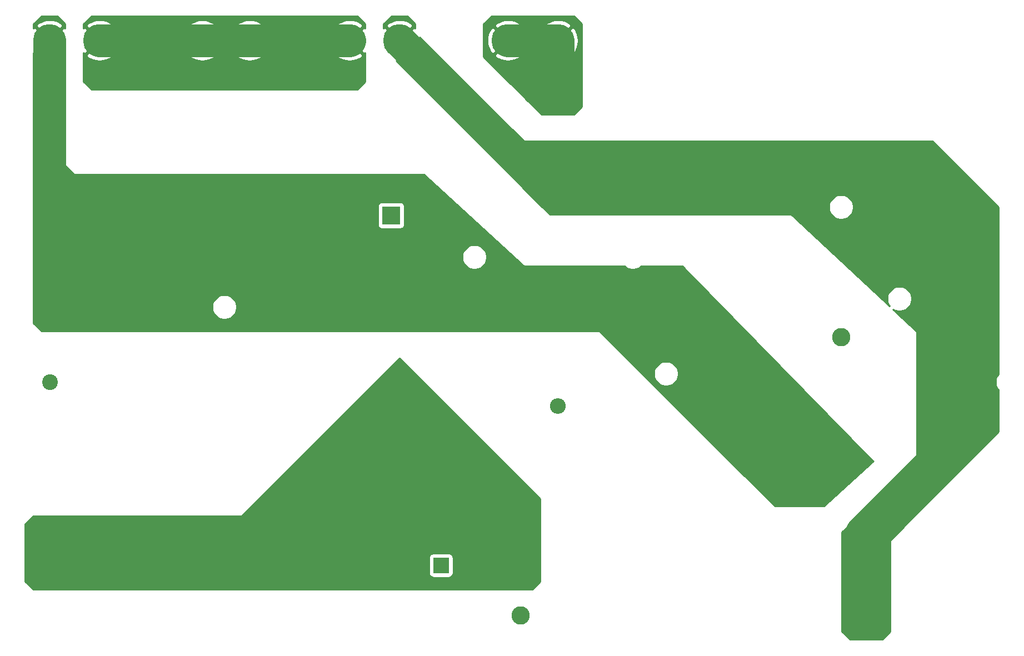
<source format=gbr>
G04 #@! TF.GenerationSoftware,KiCad,Pcbnew,(5.1.4)-1*
G04 #@! TF.CreationDate,2019-12-15T01:31:19-05:00*
G04 #@! TF.ProjectId,SolsticeXOver,536f6c73-7469-4636-9558-4f7665722e6b,rev?*
G04 #@! TF.SameCoordinates,Original*
G04 #@! TF.FileFunction,Copper,L2,Bot*
G04 #@! TF.FilePolarity,Positive*
%FSLAX46Y46*%
G04 Gerber Fmt 4.6, Leading zero omitted, Abs format (unit mm)*
G04 Created by KiCad (PCBNEW (5.1.4)-1) date 2019-12-15 01:31:19*
%MOMM*%
%LPD*%
G04 APERTURE LIST*
%ADD10C,2.800000*%
%ADD11O,2.800000X2.800000*%
%ADD12C,2.400000*%
%ADD13O,2.400000X2.400000*%
%ADD14R,2.800000X2.800000*%
%ADD15R,2.400000X2.400000*%
%ADD16C,5.000000*%
%ADD17C,5.000000*%
%ADD18C,0.254000*%
G04 APERTURE END LIST*
D10*
X189230000Y-89640000D03*
D11*
X189230000Y-109740000D03*
D12*
X146050000Y-52150000D03*
D13*
X146050000Y-100150000D03*
D10*
X140370000Y-132080000D03*
X192370000Y-132080000D03*
X192370000Y-119380000D03*
X140370000Y-119380000D03*
D13*
X121700000Y-96520000D03*
D12*
X68700000Y-96520000D03*
D14*
X120650000Y-71120000D03*
D11*
X68650000Y-71120000D03*
D15*
X128270000Y-124460000D03*
D13*
X68270000Y-124460000D03*
D16*
X68580000Y-44450000D03*
X76200000Y-44450000D03*
X146050000Y-44450000D03*
X91875001Y-44455001D03*
X138430000Y-44450000D03*
X99060000Y-44450000D03*
X121920000Y-44450000D03*
X114300000Y-44450000D03*
D17*
X165850000Y-86360000D02*
X189230000Y-109740000D01*
X68580000Y-71050000D02*
X68650000Y-71120000D01*
X68580000Y-44450000D02*
X68580000Y-71050000D01*
X68650000Y-71120000D02*
X101600000Y-71120000D01*
X116840000Y-86360000D02*
X165850000Y-86360000D01*
X101600000Y-71120000D02*
X116840000Y-86360000D01*
X114294999Y-44455001D02*
X114300000Y-44450000D01*
X76205001Y-44455001D02*
X76200000Y-44450000D01*
X68270000Y-124460000D02*
X93760000Y-124460000D01*
X93760000Y-124460000D02*
X121700000Y-96520000D01*
X140370000Y-115190000D02*
X121700000Y-96520000D01*
X140370000Y-119380000D02*
X140370000Y-115190000D01*
X91870000Y-44450000D02*
X91875001Y-44455001D01*
X76200000Y-44450000D02*
X91870000Y-44450000D01*
X99054999Y-44455001D02*
X99060000Y-44450000D01*
X91875001Y-44455001D02*
X99054999Y-44455001D01*
X99060000Y-44450000D02*
X114300000Y-44450000D01*
X138430000Y-44450000D02*
X146050000Y-44450000D01*
X146050000Y-44450000D02*
X146050000Y-52150000D01*
X192370000Y-132080000D02*
X192370000Y-119380000D01*
X121920000Y-44450000D02*
X139700000Y-62230000D01*
X139700000Y-62230000D02*
X198120000Y-62230000D01*
X198120000Y-62230000D02*
X207010000Y-71120000D01*
X207010000Y-104740000D02*
X207010000Y-71120000D01*
X192370000Y-119380000D02*
X207010000Y-104740000D01*
D18*
G36*
X149733000Y-41962606D02*
G01*
X149733000Y-54557394D01*
X148537394Y-55753000D01*
X143562606Y-55753000D01*
X141237586Y-53427980D01*
X144951626Y-53427980D01*
X145071514Y-53712836D01*
X145395210Y-53873699D01*
X145744069Y-53968322D01*
X146104684Y-53993067D01*
X146463198Y-53946985D01*
X146805833Y-53831846D01*
X147028486Y-53712836D01*
X147148374Y-53427980D01*
X146050000Y-52329605D01*
X144951626Y-53427980D01*
X141237586Y-53427980D01*
X140014290Y-52204684D01*
X144206933Y-52204684D01*
X144253015Y-52563198D01*
X144368154Y-52905833D01*
X144487164Y-53128486D01*
X144772020Y-53248374D01*
X145870395Y-52150000D01*
X146229605Y-52150000D01*
X147327980Y-53248374D01*
X147612836Y-53128486D01*
X147773699Y-52804790D01*
X147868322Y-52455931D01*
X147893067Y-52095316D01*
X147846985Y-51736802D01*
X147731846Y-51394167D01*
X147612836Y-51171514D01*
X147327980Y-51051626D01*
X146229605Y-52150000D01*
X145870395Y-52150000D01*
X144772020Y-51051626D01*
X144487164Y-51171514D01*
X144326301Y-51495210D01*
X144231678Y-51844069D01*
X144206933Y-52204684D01*
X140014290Y-52204684D01*
X138681626Y-50872020D01*
X144951626Y-50872020D01*
X146050000Y-51970395D01*
X147148374Y-50872020D01*
X147028486Y-50587164D01*
X146704790Y-50426301D01*
X146355931Y-50331678D01*
X145995316Y-50306933D01*
X145636802Y-50353015D01*
X145294167Y-50468154D01*
X145071514Y-50587164D01*
X144951626Y-50872020D01*
X138681626Y-50872020D01*
X134747000Y-46937394D01*
X134747000Y-46653148D01*
X136406457Y-46653148D01*
X136682627Y-47071118D01*
X137227557Y-47361649D01*
X137818696Y-47540287D01*
X138433328Y-47600168D01*
X139047831Y-47538990D01*
X139638592Y-47359103D01*
X140177373Y-47071118D01*
X140453543Y-46653148D01*
X144026457Y-46653148D01*
X144302627Y-47071118D01*
X144847557Y-47361649D01*
X145438696Y-47540287D01*
X146053328Y-47600168D01*
X146667831Y-47538990D01*
X147258592Y-47359103D01*
X147797373Y-47071118D01*
X148073543Y-46653148D01*
X146050000Y-44629605D01*
X144026457Y-46653148D01*
X140453543Y-46653148D01*
X138430000Y-44629605D01*
X136406457Y-46653148D01*
X134747000Y-46653148D01*
X134747000Y-44453328D01*
X135279832Y-44453328D01*
X135341010Y-45067831D01*
X135520897Y-45658592D01*
X135808882Y-46197373D01*
X136226852Y-46473543D01*
X138250395Y-44450000D01*
X138609605Y-44450000D01*
X140633148Y-46473543D01*
X141051118Y-46197373D01*
X141341649Y-45652443D01*
X141520287Y-45061304D01*
X141579519Y-44453328D01*
X142899832Y-44453328D01*
X142961010Y-45067831D01*
X143140897Y-45658592D01*
X143428882Y-46197373D01*
X143846852Y-46473543D01*
X145870395Y-44450000D01*
X146229605Y-44450000D01*
X148253148Y-46473543D01*
X148671118Y-46197373D01*
X148961649Y-45652443D01*
X149140287Y-45061304D01*
X149200168Y-44446672D01*
X149138990Y-43832169D01*
X148959103Y-43241408D01*
X148671118Y-42702627D01*
X148253148Y-42426457D01*
X146229605Y-44450000D01*
X145870395Y-44450000D01*
X143846852Y-42426457D01*
X143428882Y-42702627D01*
X143138351Y-43247557D01*
X142959713Y-43838696D01*
X142899832Y-44453328D01*
X141579519Y-44453328D01*
X141580168Y-44446672D01*
X141518990Y-43832169D01*
X141339103Y-43241408D01*
X141051118Y-42702627D01*
X140633148Y-42426457D01*
X138609605Y-44450000D01*
X138250395Y-44450000D01*
X136226852Y-42426457D01*
X135808882Y-42702627D01*
X135518351Y-43247557D01*
X135339713Y-43838696D01*
X135279832Y-44453328D01*
X134747000Y-44453328D01*
X134747000Y-42246852D01*
X136406457Y-42246852D01*
X138430000Y-44270395D01*
X140453543Y-42246852D01*
X144026457Y-42246852D01*
X146050000Y-44270395D01*
X148073543Y-42246852D01*
X147797373Y-41828882D01*
X147252443Y-41538351D01*
X146661304Y-41359713D01*
X146046672Y-41299832D01*
X145432169Y-41361010D01*
X144841408Y-41540897D01*
X144302627Y-41828882D01*
X144026457Y-42246852D01*
X140453543Y-42246852D01*
X140177373Y-41828882D01*
X139632443Y-41538351D01*
X139041304Y-41359713D01*
X138426672Y-41299832D01*
X137812169Y-41361010D01*
X137221408Y-41540897D01*
X136682627Y-41828882D01*
X136406457Y-42246852D01*
X134747000Y-42246852D01*
X134747000Y-41962606D01*
X135942606Y-40767000D01*
X148537394Y-40767000D01*
X149733000Y-41962606D01*
X149733000Y-41962606D01*
G37*
X149733000Y-41962606D02*
X149733000Y-54557394D01*
X148537394Y-55753000D01*
X143562606Y-55753000D01*
X141237586Y-53427980D01*
X144951626Y-53427980D01*
X145071514Y-53712836D01*
X145395210Y-53873699D01*
X145744069Y-53968322D01*
X146104684Y-53993067D01*
X146463198Y-53946985D01*
X146805833Y-53831846D01*
X147028486Y-53712836D01*
X147148374Y-53427980D01*
X146050000Y-52329605D01*
X144951626Y-53427980D01*
X141237586Y-53427980D01*
X140014290Y-52204684D01*
X144206933Y-52204684D01*
X144253015Y-52563198D01*
X144368154Y-52905833D01*
X144487164Y-53128486D01*
X144772020Y-53248374D01*
X145870395Y-52150000D01*
X146229605Y-52150000D01*
X147327980Y-53248374D01*
X147612836Y-53128486D01*
X147773699Y-52804790D01*
X147868322Y-52455931D01*
X147893067Y-52095316D01*
X147846985Y-51736802D01*
X147731846Y-51394167D01*
X147612836Y-51171514D01*
X147327980Y-51051626D01*
X146229605Y-52150000D01*
X145870395Y-52150000D01*
X144772020Y-51051626D01*
X144487164Y-51171514D01*
X144326301Y-51495210D01*
X144231678Y-51844069D01*
X144206933Y-52204684D01*
X140014290Y-52204684D01*
X138681626Y-50872020D01*
X144951626Y-50872020D01*
X146050000Y-51970395D01*
X147148374Y-50872020D01*
X147028486Y-50587164D01*
X146704790Y-50426301D01*
X146355931Y-50331678D01*
X145995316Y-50306933D01*
X145636802Y-50353015D01*
X145294167Y-50468154D01*
X145071514Y-50587164D01*
X144951626Y-50872020D01*
X138681626Y-50872020D01*
X134747000Y-46937394D01*
X134747000Y-46653148D01*
X136406457Y-46653148D01*
X136682627Y-47071118D01*
X137227557Y-47361649D01*
X137818696Y-47540287D01*
X138433328Y-47600168D01*
X139047831Y-47538990D01*
X139638592Y-47359103D01*
X140177373Y-47071118D01*
X140453543Y-46653148D01*
X144026457Y-46653148D01*
X144302627Y-47071118D01*
X144847557Y-47361649D01*
X145438696Y-47540287D01*
X146053328Y-47600168D01*
X146667831Y-47538990D01*
X147258592Y-47359103D01*
X147797373Y-47071118D01*
X148073543Y-46653148D01*
X146050000Y-44629605D01*
X144026457Y-46653148D01*
X140453543Y-46653148D01*
X138430000Y-44629605D01*
X136406457Y-46653148D01*
X134747000Y-46653148D01*
X134747000Y-44453328D01*
X135279832Y-44453328D01*
X135341010Y-45067831D01*
X135520897Y-45658592D01*
X135808882Y-46197373D01*
X136226852Y-46473543D01*
X138250395Y-44450000D01*
X138609605Y-44450000D01*
X140633148Y-46473543D01*
X141051118Y-46197373D01*
X141341649Y-45652443D01*
X141520287Y-45061304D01*
X141579519Y-44453328D01*
X142899832Y-44453328D01*
X142961010Y-45067831D01*
X143140897Y-45658592D01*
X143428882Y-46197373D01*
X143846852Y-46473543D01*
X145870395Y-44450000D01*
X146229605Y-44450000D01*
X148253148Y-46473543D01*
X148671118Y-46197373D01*
X148961649Y-45652443D01*
X149140287Y-45061304D01*
X149200168Y-44446672D01*
X149138990Y-43832169D01*
X148959103Y-43241408D01*
X148671118Y-42702627D01*
X148253148Y-42426457D01*
X146229605Y-44450000D01*
X145870395Y-44450000D01*
X143846852Y-42426457D01*
X143428882Y-42702627D01*
X143138351Y-43247557D01*
X142959713Y-43838696D01*
X142899832Y-44453328D01*
X141579519Y-44453328D01*
X141580168Y-44446672D01*
X141518990Y-43832169D01*
X141339103Y-43241408D01*
X141051118Y-42702627D01*
X140633148Y-42426457D01*
X138609605Y-44450000D01*
X138250395Y-44450000D01*
X136226852Y-42426457D01*
X135808882Y-42702627D01*
X135518351Y-43247557D01*
X135339713Y-43838696D01*
X135279832Y-44453328D01*
X134747000Y-44453328D01*
X134747000Y-42246852D01*
X136406457Y-42246852D01*
X138430000Y-44270395D01*
X140453543Y-42246852D01*
X144026457Y-42246852D01*
X146050000Y-44270395D01*
X148073543Y-42246852D01*
X147797373Y-41828882D01*
X147252443Y-41538351D01*
X146661304Y-41359713D01*
X146046672Y-41299832D01*
X145432169Y-41361010D01*
X144841408Y-41540897D01*
X144302627Y-41828882D01*
X144026457Y-42246852D01*
X140453543Y-42246852D01*
X140177373Y-41828882D01*
X139632443Y-41538351D01*
X139041304Y-41359713D01*
X138426672Y-41299832D01*
X137812169Y-41361010D01*
X137221408Y-41540897D01*
X136682627Y-41828882D01*
X136406457Y-42246852D01*
X134747000Y-42246852D01*
X134747000Y-41962606D01*
X135942606Y-40767000D01*
X148537394Y-40767000D01*
X149733000Y-41962606D01*
G36*
X143383000Y-114352606D02*
G01*
X143383000Y-126947394D01*
X142187394Y-128143000D01*
X66092606Y-128143000D01*
X64897000Y-126947394D01*
X64897000Y-124871805D01*
X66481805Y-124871805D01*
X66554379Y-125111066D01*
X66714361Y-125433257D01*
X66934125Y-125718046D01*
X67205226Y-125954489D01*
X67517246Y-126133500D01*
X67858194Y-126248199D01*
X68143000Y-126131854D01*
X68143000Y-124587000D01*
X68397000Y-124587000D01*
X68397000Y-126131854D01*
X68681806Y-126248199D01*
X69022754Y-126133500D01*
X69334774Y-125954489D01*
X69605875Y-125718046D01*
X69825639Y-125433257D01*
X69985621Y-125111066D01*
X70058195Y-124871805D01*
X69941432Y-124587000D01*
X68397000Y-124587000D01*
X68143000Y-124587000D01*
X66598568Y-124587000D01*
X66481805Y-124871805D01*
X64897000Y-124871805D01*
X64897000Y-124048195D01*
X66481805Y-124048195D01*
X66598568Y-124333000D01*
X68143000Y-124333000D01*
X68143000Y-122788146D01*
X68397000Y-122788146D01*
X68397000Y-124333000D01*
X69941432Y-124333000D01*
X70058195Y-124048195D01*
X69985621Y-123808934D01*
X69825639Y-123486743D01*
X69650668Y-123260000D01*
X126431928Y-123260000D01*
X126431928Y-125660000D01*
X126444188Y-125784482D01*
X126480498Y-125904180D01*
X126539463Y-126014494D01*
X126618815Y-126111185D01*
X126715506Y-126190537D01*
X126825820Y-126249502D01*
X126945518Y-126285812D01*
X127070000Y-126298072D01*
X129470000Y-126298072D01*
X129594482Y-126285812D01*
X129714180Y-126249502D01*
X129824494Y-126190537D01*
X129921185Y-126111185D01*
X130000537Y-126014494D01*
X130059502Y-125904180D01*
X130095812Y-125784482D01*
X130108072Y-125660000D01*
X130108072Y-123260000D01*
X130095812Y-123135518D01*
X130059502Y-123015820D01*
X130000537Y-122905506D01*
X129921185Y-122808815D01*
X129824494Y-122729463D01*
X129714180Y-122670498D01*
X129594482Y-122634188D01*
X129470000Y-122621928D01*
X127070000Y-122621928D01*
X126945518Y-122634188D01*
X126825820Y-122670498D01*
X126715506Y-122729463D01*
X126618815Y-122808815D01*
X126539463Y-122905506D01*
X126480498Y-123015820D01*
X126444188Y-123135518D01*
X126431928Y-123260000D01*
X69650668Y-123260000D01*
X69605875Y-123201954D01*
X69334774Y-122965511D01*
X69022754Y-122786500D01*
X68681806Y-122671801D01*
X68397000Y-122788146D01*
X68143000Y-122788146D01*
X67858194Y-122671801D01*
X67517246Y-122786500D01*
X67205226Y-122965511D01*
X66934125Y-123201954D01*
X66714361Y-123486743D01*
X66554379Y-123808934D01*
X66481805Y-124048195D01*
X64897000Y-124048195D01*
X64897000Y-120800447D01*
X139129158Y-120800447D01*
X139273135Y-121105770D01*
X139630892Y-121286597D01*
X140017053Y-121394155D01*
X140416777Y-121424310D01*
X140814704Y-121375904D01*
X141195540Y-121250795D01*
X141466865Y-121105770D01*
X141610842Y-120800447D01*
X140370000Y-119559605D01*
X139129158Y-120800447D01*
X64897000Y-120800447D01*
X64897000Y-119426777D01*
X138325690Y-119426777D01*
X138374096Y-119824704D01*
X138499205Y-120205540D01*
X138644230Y-120476865D01*
X138949553Y-120620842D01*
X140190395Y-119380000D01*
X140549605Y-119380000D01*
X141790447Y-120620842D01*
X142095770Y-120476865D01*
X142276597Y-120119108D01*
X142384155Y-119732947D01*
X142414310Y-119333223D01*
X142365904Y-118935296D01*
X142240795Y-118554460D01*
X142095770Y-118283135D01*
X141790447Y-118139158D01*
X140549605Y-119380000D01*
X140190395Y-119380000D01*
X138949553Y-118139158D01*
X138644230Y-118283135D01*
X138463403Y-118640892D01*
X138355845Y-119027053D01*
X138325690Y-119426777D01*
X64897000Y-119426777D01*
X64897000Y-118162606D01*
X65100053Y-117959553D01*
X139129158Y-117959553D01*
X140370000Y-119200395D01*
X141610842Y-117959553D01*
X141466865Y-117654230D01*
X141109108Y-117473403D01*
X140722947Y-117365845D01*
X140323223Y-117335690D01*
X139925296Y-117384096D01*
X139544460Y-117509205D01*
X139273135Y-117654230D01*
X139129158Y-117959553D01*
X65100053Y-117959553D01*
X66092606Y-116967000D01*
X97790000Y-116967000D01*
X97814776Y-116964560D01*
X97838601Y-116957333D01*
X97860557Y-116945597D01*
X97879803Y-116929803D01*
X117877801Y-96931805D01*
X119911805Y-96931805D01*
X119984379Y-97171066D01*
X120144361Y-97493257D01*
X120364125Y-97778046D01*
X120635226Y-98014489D01*
X120947246Y-98193500D01*
X121288194Y-98308199D01*
X121573000Y-98191854D01*
X121573000Y-96647000D01*
X121827000Y-96647000D01*
X121827000Y-98191854D01*
X122111806Y-98308199D01*
X122452754Y-98193500D01*
X122764774Y-98014489D01*
X123035875Y-97778046D01*
X123255639Y-97493257D01*
X123415621Y-97171066D01*
X123488195Y-96931805D01*
X123371432Y-96647000D01*
X121827000Y-96647000D01*
X121573000Y-96647000D01*
X120028568Y-96647000D01*
X119911805Y-96931805D01*
X117877801Y-96931805D01*
X118701411Y-96108195D01*
X119911805Y-96108195D01*
X120028568Y-96393000D01*
X121573000Y-96393000D01*
X121573000Y-94848146D01*
X121827000Y-94848146D01*
X121827000Y-96393000D01*
X123371432Y-96393000D01*
X123488195Y-96108195D01*
X123415621Y-95868934D01*
X123255639Y-95546743D01*
X123035875Y-95261954D01*
X122764774Y-95025511D01*
X122452754Y-94846500D01*
X122111806Y-94731801D01*
X121827000Y-94848146D01*
X121573000Y-94848146D01*
X121288194Y-94731801D01*
X120947246Y-94846500D01*
X120635226Y-95025511D01*
X120364125Y-95261954D01*
X120144361Y-95546743D01*
X119984379Y-95868934D01*
X119911805Y-96108195D01*
X118701411Y-96108195D01*
X121920000Y-92889606D01*
X143383000Y-114352606D01*
X143383000Y-114352606D01*
G37*
X143383000Y-114352606D02*
X143383000Y-126947394D01*
X142187394Y-128143000D01*
X66092606Y-128143000D01*
X64897000Y-126947394D01*
X64897000Y-124871805D01*
X66481805Y-124871805D01*
X66554379Y-125111066D01*
X66714361Y-125433257D01*
X66934125Y-125718046D01*
X67205226Y-125954489D01*
X67517246Y-126133500D01*
X67858194Y-126248199D01*
X68143000Y-126131854D01*
X68143000Y-124587000D01*
X68397000Y-124587000D01*
X68397000Y-126131854D01*
X68681806Y-126248199D01*
X69022754Y-126133500D01*
X69334774Y-125954489D01*
X69605875Y-125718046D01*
X69825639Y-125433257D01*
X69985621Y-125111066D01*
X70058195Y-124871805D01*
X69941432Y-124587000D01*
X68397000Y-124587000D01*
X68143000Y-124587000D01*
X66598568Y-124587000D01*
X66481805Y-124871805D01*
X64897000Y-124871805D01*
X64897000Y-124048195D01*
X66481805Y-124048195D01*
X66598568Y-124333000D01*
X68143000Y-124333000D01*
X68143000Y-122788146D01*
X68397000Y-122788146D01*
X68397000Y-124333000D01*
X69941432Y-124333000D01*
X70058195Y-124048195D01*
X69985621Y-123808934D01*
X69825639Y-123486743D01*
X69650668Y-123260000D01*
X126431928Y-123260000D01*
X126431928Y-125660000D01*
X126444188Y-125784482D01*
X126480498Y-125904180D01*
X126539463Y-126014494D01*
X126618815Y-126111185D01*
X126715506Y-126190537D01*
X126825820Y-126249502D01*
X126945518Y-126285812D01*
X127070000Y-126298072D01*
X129470000Y-126298072D01*
X129594482Y-126285812D01*
X129714180Y-126249502D01*
X129824494Y-126190537D01*
X129921185Y-126111185D01*
X130000537Y-126014494D01*
X130059502Y-125904180D01*
X130095812Y-125784482D01*
X130108072Y-125660000D01*
X130108072Y-123260000D01*
X130095812Y-123135518D01*
X130059502Y-123015820D01*
X130000537Y-122905506D01*
X129921185Y-122808815D01*
X129824494Y-122729463D01*
X129714180Y-122670498D01*
X129594482Y-122634188D01*
X129470000Y-122621928D01*
X127070000Y-122621928D01*
X126945518Y-122634188D01*
X126825820Y-122670498D01*
X126715506Y-122729463D01*
X126618815Y-122808815D01*
X126539463Y-122905506D01*
X126480498Y-123015820D01*
X126444188Y-123135518D01*
X126431928Y-123260000D01*
X69650668Y-123260000D01*
X69605875Y-123201954D01*
X69334774Y-122965511D01*
X69022754Y-122786500D01*
X68681806Y-122671801D01*
X68397000Y-122788146D01*
X68143000Y-122788146D01*
X67858194Y-122671801D01*
X67517246Y-122786500D01*
X67205226Y-122965511D01*
X66934125Y-123201954D01*
X66714361Y-123486743D01*
X66554379Y-123808934D01*
X66481805Y-124048195D01*
X64897000Y-124048195D01*
X64897000Y-120800447D01*
X139129158Y-120800447D01*
X139273135Y-121105770D01*
X139630892Y-121286597D01*
X140017053Y-121394155D01*
X140416777Y-121424310D01*
X140814704Y-121375904D01*
X141195540Y-121250795D01*
X141466865Y-121105770D01*
X141610842Y-120800447D01*
X140370000Y-119559605D01*
X139129158Y-120800447D01*
X64897000Y-120800447D01*
X64897000Y-119426777D01*
X138325690Y-119426777D01*
X138374096Y-119824704D01*
X138499205Y-120205540D01*
X138644230Y-120476865D01*
X138949553Y-120620842D01*
X140190395Y-119380000D01*
X140549605Y-119380000D01*
X141790447Y-120620842D01*
X142095770Y-120476865D01*
X142276597Y-120119108D01*
X142384155Y-119732947D01*
X142414310Y-119333223D01*
X142365904Y-118935296D01*
X142240795Y-118554460D01*
X142095770Y-118283135D01*
X141790447Y-118139158D01*
X140549605Y-119380000D01*
X140190395Y-119380000D01*
X138949553Y-118139158D01*
X138644230Y-118283135D01*
X138463403Y-118640892D01*
X138355845Y-119027053D01*
X138325690Y-119426777D01*
X64897000Y-119426777D01*
X64897000Y-118162606D01*
X65100053Y-117959553D01*
X139129158Y-117959553D01*
X140370000Y-119200395D01*
X141610842Y-117959553D01*
X141466865Y-117654230D01*
X141109108Y-117473403D01*
X140722947Y-117365845D01*
X140323223Y-117335690D01*
X139925296Y-117384096D01*
X139544460Y-117509205D01*
X139273135Y-117654230D01*
X139129158Y-117959553D01*
X65100053Y-117959553D01*
X66092606Y-116967000D01*
X97790000Y-116967000D01*
X97814776Y-116964560D01*
X97838601Y-116957333D01*
X97860557Y-116945597D01*
X97879803Y-116929803D01*
X117877801Y-96931805D01*
X119911805Y-96931805D01*
X119984379Y-97171066D01*
X120144361Y-97493257D01*
X120364125Y-97778046D01*
X120635226Y-98014489D01*
X120947246Y-98193500D01*
X121288194Y-98308199D01*
X121573000Y-98191854D01*
X121573000Y-96647000D01*
X121827000Y-96647000D01*
X121827000Y-98191854D01*
X122111806Y-98308199D01*
X122452754Y-98193500D01*
X122764774Y-98014489D01*
X123035875Y-97778046D01*
X123255639Y-97493257D01*
X123415621Y-97171066D01*
X123488195Y-96931805D01*
X123371432Y-96647000D01*
X121827000Y-96647000D01*
X121573000Y-96647000D01*
X120028568Y-96647000D01*
X119911805Y-96931805D01*
X117877801Y-96931805D01*
X118701411Y-96108195D01*
X119911805Y-96108195D01*
X120028568Y-96393000D01*
X121573000Y-96393000D01*
X121573000Y-94848146D01*
X121827000Y-94848146D01*
X121827000Y-96393000D01*
X123371432Y-96393000D01*
X123488195Y-96108195D01*
X123415621Y-95868934D01*
X123255639Y-95546743D01*
X123035875Y-95261954D01*
X122764774Y-95025511D01*
X122452754Y-94846500D01*
X122111806Y-94731801D01*
X121827000Y-94848146D01*
X121573000Y-94848146D01*
X121288194Y-94731801D01*
X120947246Y-94846500D01*
X120635226Y-95025511D01*
X120364125Y-95261954D01*
X120144361Y-95546743D01*
X119984379Y-95868934D01*
X119911805Y-96108195D01*
X118701411Y-96108195D01*
X121920000Y-92889606D01*
X143383000Y-114352606D01*
G36*
X116713000Y-41962606D02*
G01*
X116713000Y-42565115D01*
X116503148Y-42426457D01*
X114479605Y-44450000D01*
X116503148Y-46473543D01*
X116713000Y-46334885D01*
X116713000Y-50747394D01*
X115517394Y-51943000D01*
X74982606Y-51943000D01*
X73787000Y-50747394D01*
X73787000Y-46653148D01*
X74176457Y-46653148D01*
X74452627Y-47071118D01*
X74997557Y-47361649D01*
X75588696Y-47540287D01*
X76203328Y-47600168D01*
X76817831Y-47538990D01*
X77408592Y-47359103D01*
X77947373Y-47071118D01*
X78220238Y-46658149D01*
X89851458Y-46658149D01*
X90127628Y-47076119D01*
X90672558Y-47366650D01*
X91263697Y-47545288D01*
X91878329Y-47605169D01*
X92492832Y-47543991D01*
X93083593Y-47364104D01*
X93622374Y-47076119D01*
X93898544Y-46658149D01*
X93893543Y-46653148D01*
X97036457Y-46653148D01*
X97312627Y-47071118D01*
X97857557Y-47361649D01*
X98448696Y-47540287D01*
X99063328Y-47600168D01*
X99677831Y-47538990D01*
X100268592Y-47359103D01*
X100807373Y-47071118D01*
X101083543Y-46653148D01*
X112276457Y-46653148D01*
X112552627Y-47071118D01*
X113097557Y-47361649D01*
X113688696Y-47540287D01*
X114303328Y-47600168D01*
X114917831Y-47538990D01*
X115508592Y-47359103D01*
X116047373Y-47071118D01*
X116323543Y-46653148D01*
X114300000Y-44629605D01*
X112276457Y-46653148D01*
X101083543Y-46653148D01*
X99060000Y-44629605D01*
X97036457Y-46653148D01*
X93893543Y-46653148D01*
X91875001Y-44634606D01*
X89851458Y-46658149D01*
X78220238Y-46658149D01*
X78223543Y-46653148D01*
X76200000Y-44629605D01*
X74176457Y-46653148D01*
X73787000Y-46653148D01*
X73787000Y-46334885D01*
X73996852Y-46473543D01*
X76020395Y-44450000D01*
X76379605Y-44450000D01*
X78403148Y-46473543D01*
X78821118Y-46197373D01*
X79111649Y-45652443D01*
X79290287Y-45061304D01*
X79349032Y-44458329D01*
X88724833Y-44458329D01*
X88786011Y-45072832D01*
X88965898Y-45663593D01*
X89253883Y-46202374D01*
X89671853Y-46478544D01*
X91695396Y-44455001D01*
X92054606Y-44455001D01*
X94078149Y-46478544D01*
X94496119Y-46202374D01*
X94786650Y-45657444D01*
X94965288Y-45066305D01*
X95025007Y-44453328D01*
X95909832Y-44453328D01*
X95971010Y-45067831D01*
X96150897Y-45658592D01*
X96438882Y-46197373D01*
X96856852Y-46473543D01*
X98880395Y-44450000D01*
X99239605Y-44450000D01*
X101263148Y-46473543D01*
X101681118Y-46197373D01*
X101971649Y-45652443D01*
X102150287Y-45061304D01*
X102209519Y-44453328D01*
X111149832Y-44453328D01*
X111211010Y-45067831D01*
X111390897Y-45658592D01*
X111678882Y-46197373D01*
X112096852Y-46473543D01*
X114120395Y-44450000D01*
X112096852Y-42426457D01*
X111678882Y-42702627D01*
X111388351Y-43247557D01*
X111209713Y-43838696D01*
X111149832Y-44453328D01*
X102209519Y-44453328D01*
X102210168Y-44446672D01*
X102148990Y-43832169D01*
X101969103Y-43241408D01*
X101681118Y-42702627D01*
X101263148Y-42426457D01*
X99239605Y-44450000D01*
X98880395Y-44450000D01*
X96856852Y-42426457D01*
X96438882Y-42702627D01*
X96148351Y-43247557D01*
X95969713Y-43838696D01*
X95909832Y-44453328D01*
X95025007Y-44453328D01*
X95025169Y-44451673D01*
X94963991Y-43837170D01*
X94784104Y-43246409D01*
X94496119Y-42707628D01*
X94078149Y-42431458D01*
X92054606Y-44455001D01*
X91695396Y-44455001D01*
X89671853Y-42431458D01*
X89253883Y-42707628D01*
X88963352Y-43252558D01*
X88784714Y-43843697D01*
X88724833Y-44458329D01*
X79349032Y-44458329D01*
X79350168Y-44446672D01*
X79288990Y-43832169D01*
X79109103Y-43241408D01*
X78821118Y-42702627D01*
X78403148Y-42426457D01*
X76379605Y-44450000D01*
X76020395Y-44450000D01*
X73996852Y-42426457D01*
X73787000Y-42565115D01*
X73787000Y-42246852D01*
X74176457Y-42246852D01*
X76200000Y-44270395D01*
X78218542Y-42251853D01*
X89851458Y-42251853D01*
X91875001Y-44275396D01*
X93898544Y-42251853D01*
X93895240Y-42246852D01*
X97036457Y-42246852D01*
X99060000Y-44270395D01*
X101083543Y-42246852D01*
X112276457Y-42246852D01*
X114300000Y-44270395D01*
X116323543Y-42246852D01*
X116047373Y-41828882D01*
X115502443Y-41538351D01*
X114911304Y-41359713D01*
X114296672Y-41299832D01*
X113682169Y-41361010D01*
X113091408Y-41540897D01*
X112552627Y-41828882D01*
X112276457Y-42246852D01*
X101083543Y-42246852D01*
X100807373Y-41828882D01*
X100262443Y-41538351D01*
X99671304Y-41359713D01*
X99056672Y-41299832D01*
X98442169Y-41361010D01*
X97851408Y-41540897D01*
X97312627Y-41828882D01*
X97036457Y-42246852D01*
X93895240Y-42246852D01*
X93622374Y-41833883D01*
X93077444Y-41543352D01*
X92486305Y-41364714D01*
X91871673Y-41304833D01*
X91257170Y-41366011D01*
X90666409Y-41545898D01*
X90127628Y-41833883D01*
X89851458Y-42251853D01*
X78218542Y-42251853D01*
X78223543Y-42246852D01*
X77947373Y-41828882D01*
X77402443Y-41538351D01*
X76811304Y-41359713D01*
X76196672Y-41299832D01*
X75582169Y-41361010D01*
X74991408Y-41540897D01*
X74452627Y-41828882D01*
X74176457Y-42246852D01*
X73787000Y-42246852D01*
X73787000Y-41962606D01*
X74982606Y-40767000D01*
X115517394Y-40767000D01*
X116713000Y-41962606D01*
X116713000Y-41962606D01*
G37*
X116713000Y-41962606D02*
X116713000Y-42565115D01*
X116503148Y-42426457D01*
X114479605Y-44450000D01*
X116503148Y-46473543D01*
X116713000Y-46334885D01*
X116713000Y-50747394D01*
X115517394Y-51943000D01*
X74982606Y-51943000D01*
X73787000Y-50747394D01*
X73787000Y-46653148D01*
X74176457Y-46653148D01*
X74452627Y-47071118D01*
X74997557Y-47361649D01*
X75588696Y-47540287D01*
X76203328Y-47600168D01*
X76817831Y-47538990D01*
X77408592Y-47359103D01*
X77947373Y-47071118D01*
X78220238Y-46658149D01*
X89851458Y-46658149D01*
X90127628Y-47076119D01*
X90672558Y-47366650D01*
X91263697Y-47545288D01*
X91878329Y-47605169D01*
X92492832Y-47543991D01*
X93083593Y-47364104D01*
X93622374Y-47076119D01*
X93898544Y-46658149D01*
X93893543Y-46653148D01*
X97036457Y-46653148D01*
X97312627Y-47071118D01*
X97857557Y-47361649D01*
X98448696Y-47540287D01*
X99063328Y-47600168D01*
X99677831Y-47538990D01*
X100268592Y-47359103D01*
X100807373Y-47071118D01*
X101083543Y-46653148D01*
X112276457Y-46653148D01*
X112552627Y-47071118D01*
X113097557Y-47361649D01*
X113688696Y-47540287D01*
X114303328Y-47600168D01*
X114917831Y-47538990D01*
X115508592Y-47359103D01*
X116047373Y-47071118D01*
X116323543Y-46653148D01*
X114300000Y-44629605D01*
X112276457Y-46653148D01*
X101083543Y-46653148D01*
X99060000Y-44629605D01*
X97036457Y-46653148D01*
X93893543Y-46653148D01*
X91875001Y-44634606D01*
X89851458Y-46658149D01*
X78220238Y-46658149D01*
X78223543Y-46653148D01*
X76200000Y-44629605D01*
X74176457Y-46653148D01*
X73787000Y-46653148D01*
X73787000Y-46334885D01*
X73996852Y-46473543D01*
X76020395Y-44450000D01*
X76379605Y-44450000D01*
X78403148Y-46473543D01*
X78821118Y-46197373D01*
X79111649Y-45652443D01*
X79290287Y-45061304D01*
X79349032Y-44458329D01*
X88724833Y-44458329D01*
X88786011Y-45072832D01*
X88965898Y-45663593D01*
X89253883Y-46202374D01*
X89671853Y-46478544D01*
X91695396Y-44455001D01*
X92054606Y-44455001D01*
X94078149Y-46478544D01*
X94496119Y-46202374D01*
X94786650Y-45657444D01*
X94965288Y-45066305D01*
X95025007Y-44453328D01*
X95909832Y-44453328D01*
X95971010Y-45067831D01*
X96150897Y-45658592D01*
X96438882Y-46197373D01*
X96856852Y-46473543D01*
X98880395Y-44450000D01*
X99239605Y-44450000D01*
X101263148Y-46473543D01*
X101681118Y-46197373D01*
X101971649Y-45652443D01*
X102150287Y-45061304D01*
X102209519Y-44453328D01*
X111149832Y-44453328D01*
X111211010Y-45067831D01*
X111390897Y-45658592D01*
X111678882Y-46197373D01*
X112096852Y-46473543D01*
X114120395Y-44450000D01*
X112096852Y-42426457D01*
X111678882Y-42702627D01*
X111388351Y-43247557D01*
X111209713Y-43838696D01*
X111149832Y-44453328D01*
X102209519Y-44453328D01*
X102210168Y-44446672D01*
X102148990Y-43832169D01*
X101969103Y-43241408D01*
X101681118Y-42702627D01*
X101263148Y-42426457D01*
X99239605Y-44450000D01*
X98880395Y-44450000D01*
X96856852Y-42426457D01*
X96438882Y-42702627D01*
X96148351Y-43247557D01*
X95969713Y-43838696D01*
X95909832Y-44453328D01*
X95025007Y-44453328D01*
X95025169Y-44451673D01*
X94963991Y-43837170D01*
X94784104Y-43246409D01*
X94496119Y-42707628D01*
X94078149Y-42431458D01*
X92054606Y-44455001D01*
X91695396Y-44455001D01*
X89671853Y-42431458D01*
X89253883Y-42707628D01*
X88963352Y-43252558D01*
X88784714Y-43843697D01*
X88724833Y-44458329D01*
X79349032Y-44458329D01*
X79350168Y-44446672D01*
X79288990Y-43832169D01*
X79109103Y-43241408D01*
X78821118Y-42702627D01*
X78403148Y-42426457D01*
X76379605Y-44450000D01*
X76020395Y-44450000D01*
X73996852Y-42426457D01*
X73787000Y-42565115D01*
X73787000Y-42246852D01*
X74176457Y-42246852D01*
X76200000Y-44270395D01*
X78218542Y-42251853D01*
X89851458Y-42251853D01*
X91875001Y-44275396D01*
X93898544Y-42251853D01*
X93895240Y-42246852D01*
X97036457Y-42246852D01*
X99060000Y-44270395D01*
X101083543Y-42246852D01*
X112276457Y-42246852D01*
X114300000Y-44270395D01*
X116323543Y-42246852D01*
X116047373Y-41828882D01*
X115502443Y-41538351D01*
X114911304Y-41359713D01*
X114296672Y-41299832D01*
X113682169Y-41361010D01*
X113091408Y-41540897D01*
X112552627Y-41828882D01*
X112276457Y-42246852D01*
X101083543Y-42246852D01*
X100807373Y-41828882D01*
X100262443Y-41538351D01*
X99671304Y-41359713D01*
X99056672Y-41299832D01*
X98442169Y-41361010D01*
X97851408Y-41540897D01*
X97312627Y-41828882D01*
X97036457Y-42246852D01*
X93895240Y-42246852D01*
X93622374Y-41833883D01*
X93077444Y-41543352D01*
X92486305Y-41364714D01*
X91871673Y-41304833D01*
X91257170Y-41366011D01*
X90666409Y-41545898D01*
X90127628Y-41833883D01*
X89851458Y-42251853D01*
X78218542Y-42251853D01*
X78223543Y-42246852D01*
X77947373Y-41828882D01*
X77402443Y-41538351D01*
X76811304Y-41359713D01*
X76196672Y-41299832D01*
X75582169Y-41361010D01*
X74991408Y-41540897D01*
X74452627Y-41828882D01*
X74176457Y-42246852D01*
X73787000Y-42246852D01*
X73787000Y-41962606D01*
X74982606Y-40767000D01*
X115517394Y-40767000D01*
X116713000Y-41962606D01*
G36*
X124333000Y-41962606D02*
G01*
X124333000Y-42565115D01*
X124123148Y-42426457D01*
X122099605Y-44450000D01*
X124123148Y-46473543D01*
X124541118Y-46197373D01*
X124831649Y-45652443D01*
X125010287Y-45061304D01*
X125070168Y-44446672D01*
X125017440Y-43917046D01*
X140880197Y-59779803D01*
X140899443Y-59795597D01*
X140921399Y-59807333D01*
X140945224Y-59814560D01*
X140970000Y-59817000D01*
X203147394Y-59817000D01*
X213233000Y-69902606D01*
X213233000Y-95251207D01*
X213165825Y-95318382D01*
X212959534Y-95627118D01*
X212817439Y-95970166D01*
X212745000Y-96334344D01*
X212745000Y-96705656D01*
X212817439Y-97069834D01*
X212959534Y-97412882D01*
X213165825Y-97721618D01*
X213233000Y-97788793D01*
X213233000Y-104087394D01*
X196760197Y-120560197D01*
X196744403Y-120579443D01*
X196732667Y-120601399D01*
X196725440Y-120625224D01*
X196723000Y-120650000D01*
X196723000Y-134567394D01*
X195527394Y-135763000D01*
X190552606Y-135763000D01*
X189357000Y-134567394D01*
X189357000Y-133500447D01*
X191129158Y-133500447D01*
X191273135Y-133805770D01*
X191630892Y-133986597D01*
X192017053Y-134094155D01*
X192416777Y-134124310D01*
X192814704Y-134075904D01*
X193195540Y-133950795D01*
X193466865Y-133805770D01*
X193610842Y-133500447D01*
X192370000Y-132259605D01*
X191129158Y-133500447D01*
X189357000Y-133500447D01*
X189357000Y-132126777D01*
X190325690Y-132126777D01*
X190374096Y-132524704D01*
X190499205Y-132905540D01*
X190644230Y-133176865D01*
X190949553Y-133320842D01*
X192190395Y-132080000D01*
X192549605Y-132080000D01*
X193790447Y-133320842D01*
X194095770Y-133176865D01*
X194276597Y-132819108D01*
X194384155Y-132432947D01*
X194414310Y-132033223D01*
X194365904Y-131635296D01*
X194240795Y-131254460D01*
X194095770Y-130983135D01*
X193790447Y-130839158D01*
X192549605Y-132080000D01*
X192190395Y-132080000D01*
X190949553Y-130839158D01*
X190644230Y-130983135D01*
X190463403Y-131340892D01*
X190355845Y-131727053D01*
X190325690Y-132126777D01*
X189357000Y-132126777D01*
X189357000Y-130659553D01*
X191129158Y-130659553D01*
X192370000Y-131900395D01*
X193610842Y-130659553D01*
X193466865Y-130354230D01*
X193109108Y-130173403D01*
X192722947Y-130065845D01*
X192323223Y-130035690D01*
X191925296Y-130084096D01*
X191544460Y-130209205D01*
X191273135Y-130354230D01*
X191129158Y-130659553D01*
X189357000Y-130659553D01*
X189357000Y-120800447D01*
X191129158Y-120800447D01*
X191273135Y-121105770D01*
X191630892Y-121286597D01*
X192017053Y-121394155D01*
X192416777Y-121424310D01*
X192814704Y-121375904D01*
X193195540Y-121250795D01*
X193466865Y-121105770D01*
X193610842Y-120800447D01*
X192370000Y-119559605D01*
X191129158Y-120800447D01*
X189357000Y-120800447D01*
X189357000Y-119432606D01*
X189362829Y-119426777D01*
X190325690Y-119426777D01*
X190374096Y-119824704D01*
X190499205Y-120205540D01*
X190644230Y-120476865D01*
X190949553Y-120620842D01*
X192190395Y-119380000D01*
X192549605Y-119380000D01*
X193790447Y-120620842D01*
X194095770Y-120476865D01*
X194276597Y-120119108D01*
X194384155Y-119732947D01*
X194414310Y-119333223D01*
X194365904Y-118935296D01*
X194240795Y-118554460D01*
X194095770Y-118283135D01*
X193790447Y-118139158D01*
X192549605Y-119380000D01*
X192190395Y-119380000D01*
X190949553Y-118139158D01*
X190644230Y-118283135D01*
X190463403Y-118640892D01*
X190355845Y-119027053D01*
X190325690Y-119426777D01*
X189362829Y-119426777D01*
X190830053Y-117959553D01*
X191129158Y-117959553D01*
X192370000Y-119200395D01*
X193610842Y-117959553D01*
X193466865Y-117654230D01*
X193109108Y-117473403D01*
X192722947Y-117365845D01*
X192323223Y-117335690D01*
X191925296Y-117384096D01*
X191544460Y-117509205D01*
X191273135Y-117654230D01*
X191129158Y-117959553D01*
X190830053Y-117959553D01*
X200749803Y-108039803D01*
X200765597Y-108020557D01*
X200777333Y-107998601D01*
X200784560Y-107974776D01*
X200787000Y-107950000D01*
X200787000Y-88900000D01*
X200784560Y-88875224D01*
X200777333Y-88851399D01*
X200765597Y-88829443D01*
X200746654Y-88807156D01*
X197107226Y-85410357D01*
X197227118Y-85490466D01*
X197570166Y-85632561D01*
X197934344Y-85705000D01*
X198305656Y-85705000D01*
X198669834Y-85632561D01*
X199012882Y-85490466D01*
X199321618Y-85284175D01*
X199584175Y-85021618D01*
X199790466Y-84712882D01*
X199932561Y-84369834D01*
X200005000Y-84005656D01*
X200005000Y-83634344D01*
X199932561Y-83270166D01*
X199790466Y-82927118D01*
X199584175Y-82618382D01*
X199321618Y-82355825D01*
X199012882Y-82149534D01*
X198669834Y-82007439D01*
X198305656Y-81935000D01*
X197934344Y-81935000D01*
X197570166Y-82007439D01*
X197227118Y-82149534D01*
X196918382Y-82355825D01*
X196655825Y-82618382D01*
X196449534Y-82927118D01*
X196307439Y-83270166D01*
X196235000Y-83634344D01*
X196235000Y-84005656D01*
X196307439Y-84369834D01*
X196449534Y-84712882D01*
X196598004Y-84935082D01*
X181696654Y-71027156D01*
X181676876Y-71012035D01*
X181654528Y-71001062D01*
X181630469Y-70994660D01*
X181610000Y-70993000D01*
X144832606Y-70993000D01*
X143503950Y-69664344D01*
X187345000Y-69664344D01*
X187345000Y-70035656D01*
X187417439Y-70399834D01*
X187559534Y-70742882D01*
X187765825Y-71051618D01*
X188028382Y-71314175D01*
X188337118Y-71520466D01*
X188680166Y-71662561D01*
X189044344Y-71735000D01*
X189415656Y-71735000D01*
X189779834Y-71662561D01*
X190122882Y-71520466D01*
X190431618Y-71314175D01*
X190694175Y-71051618D01*
X190900466Y-70742882D01*
X191042561Y-70399834D01*
X191115000Y-70035656D01*
X191115000Y-69664344D01*
X191042561Y-69300166D01*
X190900466Y-68957118D01*
X190694175Y-68648382D01*
X190431618Y-68385825D01*
X190122882Y-68179534D01*
X189779834Y-68037439D01*
X189415656Y-67965000D01*
X189044344Y-67965000D01*
X188680166Y-68037439D01*
X188337118Y-68179534D01*
X188028382Y-68385825D01*
X187765825Y-68648382D01*
X187559534Y-68957118D01*
X187417439Y-69300166D01*
X187345000Y-69664344D01*
X143503950Y-69664344D01*
X121387578Y-47547972D01*
X121923328Y-47600168D01*
X122537831Y-47538990D01*
X123128592Y-47359103D01*
X123667373Y-47071118D01*
X123943543Y-46653148D01*
X121920000Y-44629605D01*
X121905858Y-44643748D01*
X121726253Y-44464143D01*
X121740395Y-44450000D01*
X119716852Y-42426457D01*
X119507000Y-42565115D01*
X119507000Y-42246852D01*
X119896457Y-42246852D01*
X121920000Y-44270395D01*
X123943543Y-42246852D01*
X123667373Y-41828882D01*
X123122443Y-41538351D01*
X122531304Y-41359713D01*
X121916672Y-41299832D01*
X121302169Y-41361010D01*
X120711408Y-41540897D01*
X120172627Y-41828882D01*
X119896457Y-42246852D01*
X119507000Y-42246852D01*
X119507000Y-41962606D01*
X120702606Y-40767000D01*
X123137394Y-40767000D01*
X124333000Y-41962606D01*
X124333000Y-41962606D01*
G37*
X124333000Y-41962606D02*
X124333000Y-42565115D01*
X124123148Y-42426457D01*
X122099605Y-44450000D01*
X124123148Y-46473543D01*
X124541118Y-46197373D01*
X124831649Y-45652443D01*
X125010287Y-45061304D01*
X125070168Y-44446672D01*
X125017440Y-43917046D01*
X140880197Y-59779803D01*
X140899443Y-59795597D01*
X140921399Y-59807333D01*
X140945224Y-59814560D01*
X140970000Y-59817000D01*
X203147394Y-59817000D01*
X213233000Y-69902606D01*
X213233000Y-95251207D01*
X213165825Y-95318382D01*
X212959534Y-95627118D01*
X212817439Y-95970166D01*
X212745000Y-96334344D01*
X212745000Y-96705656D01*
X212817439Y-97069834D01*
X212959534Y-97412882D01*
X213165825Y-97721618D01*
X213233000Y-97788793D01*
X213233000Y-104087394D01*
X196760197Y-120560197D01*
X196744403Y-120579443D01*
X196732667Y-120601399D01*
X196725440Y-120625224D01*
X196723000Y-120650000D01*
X196723000Y-134567394D01*
X195527394Y-135763000D01*
X190552606Y-135763000D01*
X189357000Y-134567394D01*
X189357000Y-133500447D01*
X191129158Y-133500447D01*
X191273135Y-133805770D01*
X191630892Y-133986597D01*
X192017053Y-134094155D01*
X192416777Y-134124310D01*
X192814704Y-134075904D01*
X193195540Y-133950795D01*
X193466865Y-133805770D01*
X193610842Y-133500447D01*
X192370000Y-132259605D01*
X191129158Y-133500447D01*
X189357000Y-133500447D01*
X189357000Y-132126777D01*
X190325690Y-132126777D01*
X190374096Y-132524704D01*
X190499205Y-132905540D01*
X190644230Y-133176865D01*
X190949553Y-133320842D01*
X192190395Y-132080000D01*
X192549605Y-132080000D01*
X193790447Y-133320842D01*
X194095770Y-133176865D01*
X194276597Y-132819108D01*
X194384155Y-132432947D01*
X194414310Y-132033223D01*
X194365904Y-131635296D01*
X194240795Y-131254460D01*
X194095770Y-130983135D01*
X193790447Y-130839158D01*
X192549605Y-132080000D01*
X192190395Y-132080000D01*
X190949553Y-130839158D01*
X190644230Y-130983135D01*
X190463403Y-131340892D01*
X190355845Y-131727053D01*
X190325690Y-132126777D01*
X189357000Y-132126777D01*
X189357000Y-130659553D01*
X191129158Y-130659553D01*
X192370000Y-131900395D01*
X193610842Y-130659553D01*
X193466865Y-130354230D01*
X193109108Y-130173403D01*
X192722947Y-130065845D01*
X192323223Y-130035690D01*
X191925296Y-130084096D01*
X191544460Y-130209205D01*
X191273135Y-130354230D01*
X191129158Y-130659553D01*
X189357000Y-130659553D01*
X189357000Y-120800447D01*
X191129158Y-120800447D01*
X191273135Y-121105770D01*
X191630892Y-121286597D01*
X192017053Y-121394155D01*
X192416777Y-121424310D01*
X192814704Y-121375904D01*
X193195540Y-121250795D01*
X193466865Y-121105770D01*
X193610842Y-120800447D01*
X192370000Y-119559605D01*
X191129158Y-120800447D01*
X189357000Y-120800447D01*
X189357000Y-119432606D01*
X189362829Y-119426777D01*
X190325690Y-119426777D01*
X190374096Y-119824704D01*
X190499205Y-120205540D01*
X190644230Y-120476865D01*
X190949553Y-120620842D01*
X192190395Y-119380000D01*
X192549605Y-119380000D01*
X193790447Y-120620842D01*
X194095770Y-120476865D01*
X194276597Y-120119108D01*
X194384155Y-119732947D01*
X194414310Y-119333223D01*
X194365904Y-118935296D01*
X194240795Y-118554460D01*
X194095770Y-118283135D01*
X193790447Y-118139158D01*
X192549605Y-119380000D01*
X192190395Y-119380000D01*
X190949553Y-118139158D01*
X190644230Y-118283135D01*
X190463403Y-118640892D01*
X190355845Y-119027053D01*
X190325690Y-119426777D01*
X189362829Y-119426777D01*
X190830053Y-117959553D01*
X191129158Y-117959553D01*
X192370000Y-119200395D01*
X193610842Y-117959553D01*
X193466865Y-117654230D01*
X193109108Y-117473403D01*
X192722947Y-117365845D01*
X192323223Y-117335690D01*
X191925296Y-117384096D01*
X191544460Y-117509205D01*
X191273135Y-117654230D01*
X191129158Y-117959553D01*
X190830053Y-117959553D01*
X200749803Y-108039803D01*
X200765597Y-108020557D01*
X200777333Y-107998601D01*
X200784560Y-107974776D01*
X200787000Y-107950000D01*
X200787000Y-88900000D01*
X200784560Y-88875224D01*
X200777333Y-88851399D01*
X200765597Y-88829443D01*
X200746654Y-88807156D01*
X197107226Y-85410357D01*
X197227118Y-85490466D01*
X197570166Y-85632561D01*
X197934344Y-85705000D01*
X198305656Y-85705000D01*
X198669834Y-85632561D01*
X199012882Y-85490466D01*
X199321618Y-85284175D01*
X199584175Y-85021618D01*
X199790466Y-84712882D01*
X199932561Y-84369834D01*
X200005000Y-84005656D01*
X200005000Y-83634344D01*
X199932561Y-83270166D01*
X199790466Y-82927118D01*
X199584175Y-82618382D01*
X199321618Y-82355825D01*
X199012882Y-82149534D01*
X198669834Y-82007439D01*
X198305656Y-81935000D01*
X197934344Y-81935000D01*
X197570166Y-82007439D01*
X197227118Y-82149534D01*
X196918382Y-82355825D01*
X196655825Y-82618382D01*
X196449534Y-82927118D01*
X196307439Y-83270166D01*
X196235000Y-83634344D01*
X196235000Y-84005656D01*
X196307439Y-84369834D01*
X196449534Y-84712882D01*
X196598004Y-84935082D01*
X181696654Y-71027156D01*
X181676876Y-71012035D01*
X181654528Y-71001062D01*
X181630469Y-70994660D01*
X181610000Y-70993000D01*
X144832606Y-70993000D01*
X143503950Y-69664344D01*
X187345000Y-69664344D01*
X187345000Y-70035656D01*
X187417439Y-70399834D01*
X187559534Y-70742882D01*
X187765825Y-71051618D01*
X188028382Y-71314175D01*
X188337118Y-71520466D01*
X188680166Y-71662561D01*
X189044344Y-71735000D01*
X189415656Y-71735000D01*
X189779834Y-71662561D01*
X190122882Y-71520466D01*
X190431618Y-71314175D01*
X190694175Y-71051618D01*
X190900466Y-70742882D01*
X191042561Y-70399834D01*
X191115000Y-70035656D01*
X191115000Y-69664344D01*
X191042561Y-69300166D01*
X190900466Y-68957118D01*
X190694175Y-68648382D01*
X190431618Y-68385825D01*
X190122882Y-68179534D01*
X189779834Y-68037439D01*
X189415656Y-67965000D01*
X189044344Y-67965000D01*
X188680166Y-68037439D01*
X188337118Y-68179534D01*
X188028382Y-68385825D01*
X187765825Y-68648382D01*
X187559534Y-68957118D01*
X187417439Y-69300166D01*
X187345000Y-69664344D01*
X143503950Y-69664344D01*
X121387578Y-47547972D01*
X121923328Y-47600168D01*
X122537831Y-47538990D01*
X123128592Y-47359103D01*
X123667373Y-47071118D01*
X123943543Y-46653148D01*
X121920000Y-44629605D01*
X121905858Y-44643748D01*
X121726253Y-44464143D01*
X121740395Y-44450000D01*
X119716852Y-42426457D01*
X119507000Y-42565115D01*
X119507000Y-42246852D01*
X119896457Y-42246852D01*
X121920000Y-44270395D01*
X123943543Y-42246852D01*
X123667373Y-41828882D01*
X123122443Y-41538351D01*
X122531304Y-41359713D01*
X121916672Y-41299832D01*
X121302169Y-41361010D01*
X120711408Y-41540897D01*
X120172627Y-41828882D01*
X119896457Y-42246852D01*
X119507000Y-42246852D01*
X119507000Y-41962606D01*
X120702606Y-40767000D01*
X123137394Y-40767000D01*
X124333000Y-41962606D01*
G36*
X70993000Y-41962606D02*
G01*
X70993000Y-42565115D01*
X70783148Y-42426457D01*
X68759605Y-44450000D01*
X70783148Y-46473543D01*
X70993000Y-46334885D01*
X70993000Y-63500000D01*
X70995440Y-63524776D01*
X71002667Y-63548601D01*
X71014403Y-63570557D01*
X71030197Y-63589803D01*
X72300197Y-64859803D01*
X72319443Y-64875597D01*
X72341399Y-64887333D01*
X72365224Y-64894560D01*
X72390000Y-64897000D01*
X125680599Y-64897000D01*
X140884183Y-78833619D01*
X140904096Y-78848562D01*
X140926542Y-78859333D01*
X140950657Y-78865518D01*
X140970000Y-78867000D01*
X156211207Y-78867000D01*
X156278382Y-78934175D01*
X156587118Y-79140466D01*
X156930166Y-79282561D01*
X157294344Y-79355000D01*
X157665656Y-79355000D01*
X158029834Y-79282561D01*
X158372882Y-79140466D01*
X158681618Y-78934175D01*
X158748793Y-78867000D01*
X165046593Y-78867000D01*
X193901810Y-108349504D01*
X194127452Y-108580051D01*
X186640599Y-115443000D01*
X179122606Y-115443000D01*
X173862767Y-110183161D01*
X187243836Y-110183161D01*
X187368456Y-110562127D01*
X187564614Y-110909499D01*
X187824772Y-111211928D01*
X188138932Y-111457792D01*
X188495021Y-111637642D01*
X188786840Y-111726160D01*
X189103000Y-111611947D01*
X189103000Y-109867000D01*
X189357000Y-109867000D01*
X189357000Y-111611947D01*
X189673160Y-111726160D01*
X189964979Y-111637642D01*
X190321068Y-111457792D01*
X190635228Y-111211928D01*
X190895386Y-110909499D01*
X191091544Y-110562127D01*
X191216164Y-110183161D01*
X191102287Y-109867000D01*
X189357000Y-109867000D01*
X189103000Y-109867000D01*
X187357713Y-109867000D01*
X187243836Y-110183161D01*
X173862767Y-110183161D01*
X172976445Y-109296839D01*
X187243836Y-109296839D01*
X187357713Y-109613000D01*
X189103000Y-109613000D01*
X189103000Y-107868053D01*
X189357000Y-107868053D01*
X189357000Y-109613000D01*
X191102287Y-109613000D01*
X191216164Y-109296839D01*
X191091544Y-108917873D01*
X190895386Y-108570501D01*
X190635228Y-108268072D01*
X190321068Y-108022208D01*
X189964979Y-107842358D01*
X189673160Y-107753840D01*
X189357000Y-107868053D01*
X189103000Y-107868053D01*
X188786840Y-107753840D01*
X188495021Y-107842358D01*
X188138932Y-108022208D01*
X187824772Y-108268072D01*
X187564614Y-108570501D01*
X187368456Y-108917873D01*
X187243836Y-109296839D01*
X172976445Y-109296839D01*
X158743950Y-95064344D01*
X160675000Y-95064344D01*
X160675000Y-95435656D01*
X160747439Y-95799834D01*
X160889534Y-96142882D01*
X161095825Y-96451618D01*
X161358382Y-96714175D01*
X161667118Y-96920466D01*
X162010166Y-97062561D01*
X162374344Y-97135000D01*
X162745656Y-97135000D01*
X163109834Y-97062561D01*
X163452882Y-96920466D01*
X163761618Y-96714175D01*
X164024175Y-96451618D01*
X164230466Y-96142882D01*
X164372561Y-95799834D01*
X164445000Y-95435656D01*
X164445000Y-95064344D01*
X164372561Y-94700166D01*
X164230466Y-94357118D01*
X164024175Y-94048382D01*
X163761618Y-93785825D01*
X163452882Y-93579534D01*
X163109834Y-93437439D01*
X162745656Y-93365000D01*
X162374344Y-93365000D01*
X162010166Y-93437439D01*
X161667118Y-93579534D01*
X161358382Y-93785825D01*
X161095825Y-94048382D01*
X160889534Y-94357118D01*
X160747439Y-94700166D01*
X160675000Y-95064344D01*
X158743950Y-95064344D01*
X152489803Y-88810197D01*
X152470557Y-88794403D01*
X152448601Y-88782667D01*
X152424776Y-88775440D01*
X152400000Y-88773000D01*
X67362606Y-88773000D01*
X66167000Y-87577394D01*
X66167000Y-84904344D01*
X93365000Y-84904344D01*
X93365000Y-85275656D01*
X93437439Y-85639834D01*
X93579534Y-85982882D01*
X93785825Y-86291618D01*
X94048382Y-86554175D01*
X94357118Y-86760466D01*
X94700166Y-86902561D01*
X95064344Y-86975000D01*
X95435656Y-86975000D01*
X95799834Y-86902561D01*
X96142882Y-86760466D01*
X96451618Y-86554175D01*
X96714175Y-86291618D01*
X96920466Y-85982882D01*
X97062561Y-85639834D01*
X97135000Y-85275656D01*
X97135000Y-84904344D01*
X97062561Y-84540166D01*
X96920466Y-84197118D01*
X96714175Y-83888382D01*
X96451618Y-83625825D01*
X96142882Y-83419534D01*
X95799834Y-83277439D01*
X95435656Y-83205000D01*
X95064344Y-83205000D01*
X94700166Y-83277439D01*
X94357118Y-83419534D01*
X94048382Y-83625825D01*
X93785825Y-83888382D01*
X93579534Y-84197118D01*
X93437439Y-84540166D01*
X93365000Y-84904344D01*
X66167000Y-84904344D01*
X66167000Y-77284344D01*
X131465000Y-77284344D01*
X131465000Y-77655656D01*
X131537439Y-78019834D01*
X131679534Y-78362882D01*
X131885825Y-78671618D01*
X132148382Y-78934175D01*
X132457118Y-79140466D01*
X132800166Y-79282561D01*
X133164344Y-79355000D01*
X133535656Y-79355000D01*
X133899834Y-79282561D01*
X134242882Y-79140466D01*
X134551618Y-78934175D01*
X134814175Y-78671618D01*
X135020466Y-78362882D01*
X135162561Y-78019834D01*
X135235000Y-77655656D01*
X135235000Y-77284344D01*
X135162561Y-76920166D01*
X135020466Y-76577118D01*
X134814175Y-76268382D01*
X134551618Y-76005825D01*
X134242882Y-75799534D01*
X133899834Y-75657439D01*
X133535656Y-75585000D01*
X133164344Y-75585000D01*
X132800166Y-75657439D01*
X132457118Y-75799534D01*
X132148382Y-76005825D01*
X131885825Y-76268382D01*
X131679534Y-76577118D01*
X131537439Y-76920166D01*
X131465000Y-77284344D01*
X66167000Y-77284344D01*
X66167000Y-71563160D01*
X66663840Y-71563160D01*
X66752358Y-71854979D01*
X66932208Y-72211068D01*
X67178072Y-72525228D01*
X67480501Y-72785386D01*
X67827873Y-72981544D01*
X68206839Y-73106164D01*
X68523000Y-72992287D01*
X68523000Y-71247000D01*
X68777000Y-71247000D01*
X68777000Y-72992287D01*
X69093161Y-73106164D01*
X69472127Y-72981544D01*
X69819499Y-72785386D01*
X70121928Y-72525228D01*
X70367792Y-72211068D01*
X70547642Y-71854979D01*
X70636160Y-71563160D01*
X70521947Y-71247000D01*
X68777000Y-71247000D01*
X68523000Y-71247000D01*
X66778053Y-71247000D01*
X66663840Y-71563160D01*
X66167000Y-71563160D01*
X66167000Y-70676840D01*
X66663840Y-70676840D01*
X66778053Y-70993000D01*
X68523000Y-70993000D01*
X68523000Y-69247713D01*
X68777000Y-69247713D01*
X68777000Y-70993000D01*
X70521947Y-70993000D01*
X70636160Y-70676840D01*
X70547642Y-70385021D01*
X70367792Y-70028932D01*
X70126020Y-69720000D01*
X118611928Y-69720000D01*
X118611928Y-72520000D01*
X118624188Y-72644482D01*
X118660498Y-72764180D01*
X118719463Y-72874494D01*
X118798815Y-72971185D01*
X118895506Y-73050537D01*
X119005820Y-73109502D01*
X119125518Y-73145812D01*
X119250000Y-73158072D01*
X122050000Y-73158072D01*
X122174482Y-73145812D01*
X122294180Y-73109502D01*
X122404494Y-73050537D01*
X122501185Y-72971185D01*
X122580537Y-72874494D01*
X122639502Y-72764180D01*
X122675812Y-72644482D01*
X122688072Y-72520000D01*
X122688072Y-69720000D01*
X122675812Y-69595518D01*
X122639502Y-69475820D01*
X122580537Y-69365506D01*
X122501185Y-69268815D01*
X122404494Y-69189463D01*
X122294180Y-69130498D01*
X122174482Y-69094188D01*
X122050000Y-69081928D01*
X119250000Y-69081928D01*
X119125518Y-69094188D01*
X119005820Y-69130498D01*
X118895506Y-69189463D01*
X118798815Y-69268815D01*
X118719463Y-69365506D01*
X118660498Y-69475820D01*
X118624188Y-69595518D01*
X118611928Y-69720000D01*
X70126020Y-69720000D01*
X70121928Y-69714772D01*
X69819499Y-69454614D01*
X69472127Y-69258456D01*
X69093161Y-69133836D01*
X68777000Y-69247713D01*
X68523000Y-69247713D01*
X68206839Y-69133836D01*
X67827873Y-69258456D01*
X67480501Y-69454614D01*
X67178072Y-69714772D01*
X66932208Y-70028932D01*
X66752358Y-70385021D01*
X66663840Y-70676840D01*
X66167000Y-70676840D01*
X66167000Y-46653148D01*
X66556457Y-46653148D01*
X66832627Y-47071118D01*
X67377557Y-47361649D01*
X67968696Y-47540287D01*
X68583328Y-47600168D01*
X69197831Y-47538990D01*
X69788592Y-47359103D01*
X70327373Y-47071118D01*
X70603543Y-46653148D01*
X68580000Y-44629605D01*
X66556457Y-46653148D01*
X66167000Y-46653148D01*
X66167000Y-46334885D01*
X66376852Y-46473543D01*
X68400395Y-44450000D01*
X66376852Y-42426457D01*
X66167000Y-42565115D01*
X66167000Y-42246852D01*
X66556457Y-42246852D01*
X68580000Y-44270395D01*
X70603543Y-42246852D01*
X70327373Y-41828882D01*
X69782443Y-41538351D01*
X69191304Y-41359713D01*
X68576672Y-41299832D01*
X67962169Y-41361010D01*
X67371408Y-41540897D01*
X66832627Y-41828882D01*
X66556457Y-42246852D01*
X66167000Y-42246852D01*
X66167000Y-41962606D01*
X67362606Y-40767000D01*
X69797394Y-40767000D01*
X70993000Y-41962606D01*
X70993000Y-41962606D01*
G37*
X70993000Y-41962606D02*
X70993000Y-42565115D01*
X70783148Y-42426457D01*
X68759605Y-44450000D01*
X70783148Y-46473543D01*
X70993000Y-46334885D01*
X70993000Y-63500000D01*
X70995440Y-63524776D01*
X71002667Y-63548601D01*
X71014403Y-63570557D01*
X71030197Y-63589803D01*
X72300197Y-64859803D01*
X72319443Y-64875597D01*
X72341399Y-64887333D01*
X72365224Y-64894560D01*
X72390000Y-64897000D01*
X125680599Y-64897000D01*
X140884183Y-78833619D01*
X140904096Y-78848562D01*
X140926542Y-78859333D01*
X140950657Y-78865518D01*
X140970000Y-78867000D01*
X156211207Y-78867000D01*
X156278382Y-78934175D01*
X156587118Y-79140466D01*
X156930166Y-79282561D01*
X157294344Y-79355000D01*
X157665656Y-79355000D01*
X158029834Y-79282561D01*
X158372882Y-79140466D01*
X158681618Y-78934175D01*
X158748793Y-78867000D01*
X165046593Y-78867000D01*
X193901810Y-108349504D01*
X194127452Y-108580051D01*
X186640599Y-115443000D01*
X179122606Y-115443000D01*
X173862767Y-110183161D01*
X187243836Y-110183161D01*
X187368456Y-110562127D01*
X187564614Y-110909499D01*
X187824772Y-111211928D01*
X188138932Y-111457792D01*
X188495021Y-111637642D01*
X188786840Y-111726160D01*
X189103000Y-111611947D01*
X189103000Y-109867000D01*
X189357000Y-109867000D01*
X189357000Y-111611947D01*
X189673160Y-111726160D01*
X189964979Y-111637642D01*
X190321068Y-111457792D01*
X190635228Y-111211928D01*
X190895386Y-110909499D01*
X191091544Y-110562127D01*
X191216164Y-110183161D01*
X191102287Y-109867000D01*
X189357000Y-109867000D01*
X189103000Y-109867000D01*
X187357713Y-109867000D01*
X187243836Y-110183161D01*
X173862767Y-110183161D01*
X172976445Y-109296839D01*
X187243836Y-109296839D01*
X187357713Y-109613000D01*
X189103000Y-109613000D01*
X189103000Y-107868053D01*
X189357000Y-107868053D01*
X189357000Y-109613000D01*
X191102287Y-109613000D01*
X191216164Y-109296839D01*
X191091544Y-108917873D01*
X190895386Y-108570501D01*
X190635228Y-108268072D01*
X190321068Y-108022208D01*
X189964979Y-107842358D01*
X189673160Y-107753840D01*
X189357000Y-107868053D01*
X189103000Y-107868053D01*
X188786840Y-107753840D01*
X188495021Y-107842358D01*
X188138932Y-108022208D01*
X187824772Y-108268072D01*
X187564614Y-108570501D01*
X187368456Y-108917873D01*
X187243836Y-109296839D01*
X172976445Y-109296839D01*
X158743950Y-95064344D01*
X160675000Y-95064344D01*
X160675000Y-95435656D01*
X160747439Y-95799834D01*
X160889534Y-96142882D01*
X161095825Y-96451618D01*
X161358382Y-96714175D01*
X161667118Y-96920466D01*
X162010166Y-97062561D01*
X162374344Y-97135000D01*
X162745656Y-97135000D01*
X163109834Y-97062561D01*
X163452882Y-96920466D01*
X163761618Y-96714175D01*
X164024175Y-96451618D01*
X164230466Y-96142882D01*
X164372561Y-95799834D01*
X164445000Y-95435656D01*
X164445000Y-95064344D01*
X164372561Y-94700166D01*
X164230466Y-94357118D01*
X164024175Y-94048382D01*
X163761618Y-93785825D01*
X163452882Y-93579534D01*
X163109834Y-93437439D01*
X162745656Y-93365000D01*
X162374344Y-93365000D01*
X162010166Y-93437439D01*
X161667118Y-93579534D01*
X161358382Y-93785825D01*
X161095825Y-94048382D01*
X160889534Y-94357118D01*
X160747439Y-94700166D01*
X160675000Y-95064344D01*
X158743950Y-95064344D01*
X152489803Y-88810197D01*
X152470557Y-88794403D01*
X152448601Y-88782667D01*
X152424776Y-88775440D01*
X152400000Y-88773000D01*
X67362606Y-88773000D01*
X66167000Y-87577394D01*
X66167000Y-84904344D01*
X93365000Y-84904344D01*
X93365000Y-85275656D01*
X93437439Y-85639834D01*
X93579534Y-85982882D01*
X93785825Y-86291618D01*
X94048382Y-86554175D01*
X94357118Y-86760466D01*
X94700166Y-86902561D01*
X95064344Y-86975000D01*
X95435656Y-86975000D01*
X95799834Y-86902561D01*
X96142882Y-86760466D01*
X96451618Y-86554175D01*
X96714175Y-86291618D01*
X96920466Y-85982882D01*
X97062561Y-85639834D01*
X97135000Y-85275656D01*
X97135000Y-84904344D01*
X97062561Y-84540166D01*
X96920466Y-84197118D01*
X96714175Y-83888382D01*
X96451618Y-83625825D01*
X96142882Y-83419534D01*
X95799834Y-83277439D01*
X95435656Y-83205000D01*
X95064344Y-83205000D01*
X94700166Y-83277439D01*
X94357118Y-83419534D01*
X94048382Y-83625825D01*
X93785825Y-83888382D01*
X93579534Y-84197118D01*
X93437439Y-84540166D01*
X93365000Y-84904344D01*
X66167000Y-84904344D01*
X66167000Y-77284344D01*
X131465000Y-77284344D01*
X131465000Y-77655656D01*
X131537439Y-78019834D01*
X131679534Y-78362882D01*
X131885825Y-78671618D01*
X132148382Y-78934175D01*
X132457118Y-79140466D01*
X132800166Y-79282561D01*
X133164344Y-79355000D01*
X133535656Y-79355000D01*
X133899834Y-79282561D01*
X134242882Y-79140466D01*
X134551618Y-78934175D01*
X134814175Y-78671618D01*
X135020466Y-78362882D01*
X135162561Y-78019834D01*
X135235000Y-77655656D01*
X135235000Y-77284344D01*
X135162561Y-76920166D01*
X135020466Y-76577118D01*
X134814175Y-76268382D01*
X134551618Y-76005825D01*
X134242882Y-75799534D01*
X133899834Y-75657439D01*
X133535656Y-75585000D01*
X133164344Y-75585000D01*
X132800166Y-75657439D01*
X132457118Y-75799534D01*
X132148382Y-76005825D01*
X131885825Y-76268382D01*
X131679534Y-76577118D01*
X131537439Y-76920166D01*
X131465000Y-77284344D01*
X66167000Y-77284344D01*
X66167000Y-71563160D01*
X66663840Y-71563160D01*
X66752358Y-71854979D01*
X66932208Y-72211068D01*
X67178072Y-72525228D01*
X67480501Y-72785386D01*
X67827873Y-72981544D01*
X68206839Y-73106164D01*
X68523000Y-72992287D01*
X68523000Y-71247000D01*
X68777000Y-71247000D01*
X68777000Y-72992287D01*
X69093161Y-73106164D01*
X69472127Y-72981544D01*
X69819499Y-72785386D01*
X70121928Y-72525228D01*
X70367792Y-72211068D01*
X70547642Y-71854979D01*
X70636160Y-71563160D01*
X70521947Y-71247000D01*
X68777000Y-71247000D01*
X68523000Y-71247000D01*
X66778053Y-71247000D01*
X66663840Y-71563160D01*
X66167000Y-71563160D01*
X66167000Y-70676840D01*
X66663840Y-70676840D01*
X66778053Y-70993000D01*
X68523000Y-70993000D01*
X68523000Y-69247713D01*
X68777000Y-69247713D01*
X68777000Y-70993000D01*
X70521947Y-70993000D01*
X70636160Y-70676840D01*
X70547642Y-70385021D01*
X70367792Y-70028932D01*
X70126020Y-69720000D01*
X118611928Y-69720000D01*
X118611928Y-72520000D01*
X118624188Y-72644482D01*
X118660498Y-72764180D01*
X118719463Y-72874494D01*
X118798815Y-72971185D01*
X118895506Y-73050537D01*
X119005820Y-73109502D01*
X119125518Y-73145812D01*
X119250000Y-73158072D01*
X122050000Y-73158072D01*
X122174482Y-73145812D01*
X122294180Y-73109502D01*
X122404494Y-73050537D01*
X122501185Y-72971185D01*
X122580537Y-72874494D01*
X122639502Y-72764180D01*
X122675812Y-72644482D01*
X122688072Y-72520000D01*
X122688072Y-69720000D01*
X122675812Y-69595518D01*
X122639502Y-69475820D01*
X122580537Y-69365506D01*
X122501185Y-69268815D01*
X122404494Y-69189463D01*
X122294180Y-69130498D01*
X122174482Y-69094188D01*
X122050000Y-69081928D01*
X119250000Y-69081928D01*
X119125518Y-69094188D01*
X119005820Y-69130498D01*
X118895506Y-69189463D01*
X118798815Y-69268815D01*
X118719463Y-69365506D01*
X118660498Y-69475820D01*
X118624188Y-69595518D01*
X118611928Y-69720000D01*
X70126020Y-69720000D01*
X70121928Y-69714772D01*
X69819499Y-69454614D01*
X69472127Y-69258456D01*
X69093161Y-69133836D01*
X68777000Y-69247713D01*
X68523000Y-69247713D01*
X68206839Y-69133836D01*
X67827873Y-69258456D01*
X67480501Y-69454614D01*
X67178072Y-69714772D01*
X66932208Y-70028932D01*
X66752358Y-70385021D01*
X66663840Y-70676840D01*
X66167000Y-70676840D01*
X66167000Y-46653148D01*
X66556457Y-46653148D01*
X66832627Y-47071118D01*
X67377557Y-47361649D01*
X67968696Y-47540287D01*
X68583328Y-47600168D01*
X69197831Y-47538990D01*
X69788592Y-47359103D01*
X70327373Y-47071118D01*
X70603543Y-46653148D01*
X68580000Y-44629605D01*
X66556457Y-46653148D01*
X66167000Y-46653148D01*
X66167000Y-46334885D01*
X66376852Y-46473543D01*
X68400395Y-44450000D01*
X66376852Y-42426457D01*
X66167000Y-42565115D01*
X66167000Y-42246852D01*
X66556457Y-42246852D01*
X68580000Y-44270395D01*
X70603543Y-42246852D01*
X70327373Y-41828882D01*
X69782443Y-41538351D01*
X69191304Y-41359713D01*
X68576672Y-41299832D01*
X67962169Y-41361010D01*
X67371408Y-41540897D01*
X66832627Y-41828882D01*
X66556457Y-42246852D01*
X66167000Y-42246852D01*
X66167000Y-41962606D01*
X67362606Y-40767000D01*
X69797394Y-40767000D01*
X70993000Y-41962606D01*
M02*

</source>
